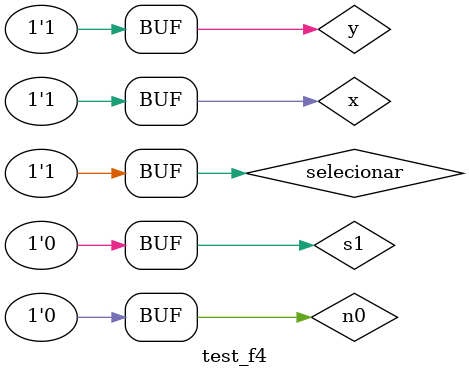
<source format=v>
module f4 (output s, output s1, input a, input b);
//-- descrever por portas
and and0 (s, a, b);
or or0 (s1, a, b);


endmodule // f4
module test_f4;

// ------------------------- definir dados

reg  x,y,  selecionar;
wire z, z1, n0, s0, s1;
f4 modulo (z, z1, x, y);
not not1 (n0, selecionar);
and and0 (s0, selecionar, z);
and and1 (s1, n0, z1);


// ------------------------- parte principal
initial begin
$display("Exemplo0032 - Felipe Barros  - 376508");
$display("Test LU's module");

x = 0; y = 0; selecionar =0;
// projetar testes do modulo
#1 $display("x  y   selecionar  resultante");
#1 $monitor("%b  %b     %b          %b  %b",x,y,selecionar, z, z1);
#1 x = 0; y = 0; selecionar =0;
#1 x = 0; y = 0; selecionar =1;
#1 x = 0; y = 1; selecionar =0;
#1 x = 0; y = 1; selecionar =1;
#1 x = 1; y = 0; selecionar =0;
#1 x = 1; y = 0; selecionar =1;
#1 x = 1; y = 1; selecionar =0;
#1 x = 1; y = 1; selecionar =1;


end
endmodule // test_f402
</source>
